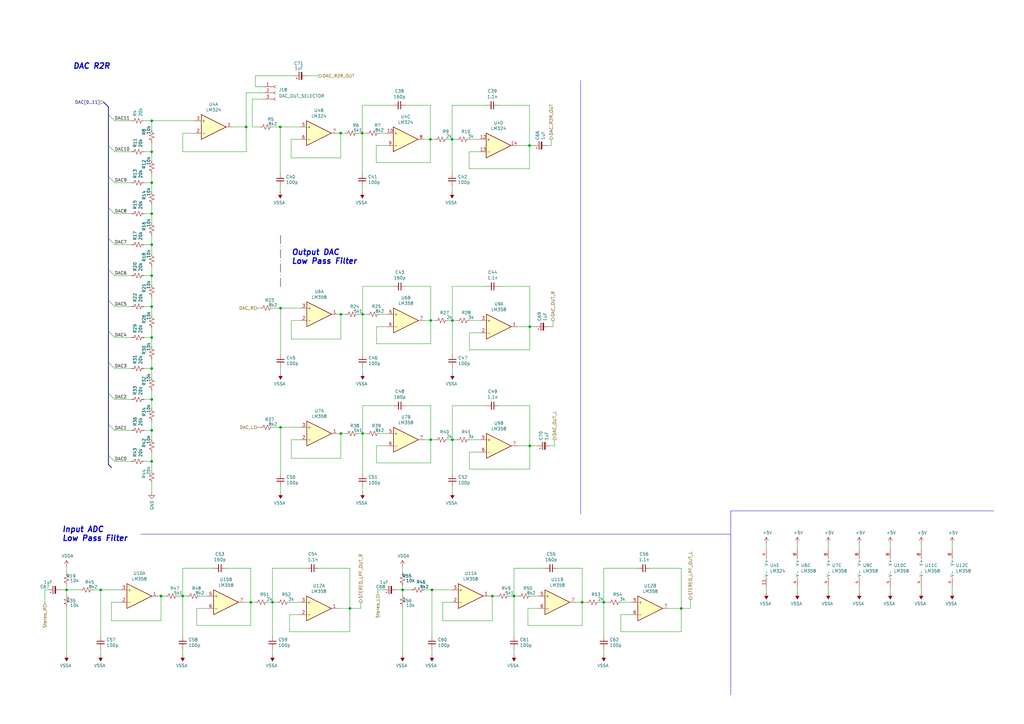
<source format=kicad_sch>
(kicad_sch (version 20230121) (generator eeschema)
  (paper "A3")
  (title_block (title "User Interface DSP Board") (date "2023-06-30") (rev "d0.3.1") (company "@David A. Aguirre M. - ALTELEC"))
  (junction (at 62.23 100.33))
  (junction (at 41.275 241.935))
  (junction (at 114.935 52.07))
  (junction (at 62.23 74.93))
  (junction (at 27.305 241.935))
  (junction (at 176.657 131.445))
  (junction (at 115.062 126.365))
  (junction (at 62.23 113.03))
  (junction (at 62.23 62.23))
  (junction (at 102.87 247.015))
  (junction (at 185.42 57.15))
  (junction (at 74.93 244.475))
  (junction (at 165.1 241.935))
  (junction (at 139.827 177.8))
  (junction (at 201.93 244.475))
  (junction (at 217.297 182.88))
  (junction (at 62.23 49.53))
  (junction (at 143.51 249.555))
  (junction (at 247.65 247.015))
  (junction (at 66.04 244.475))
  (junction (at 217.17 59.69))
  (junction (at 62.23 87.63))
  (junction (at 62.23 151.13))
  (junction (at 62.23 138.43))
  (junction (at 148.59 54.61))
  (junction (at 62.23 176.53))
  (junction (at 62.23 189.23))
  (junction (at 279.4 249.555))
  (junction (at 185.547 180.34))
  (junction (at 148.717 128.905))
  (junction (at 111.76 247.015))
  (junction (at 139.7 54.61))
  (junction (at 62.23 163.83))
  (junction (at 139.827 128.905))
  (junction (at 177.165 241.935))
  (junction (at 185.547 131.445))
  (junction (at 148.717 177.8))
  (junction (at 217.297 133.985))
  (junction (at 115.062 175.26))
  (junction (at 62.23 125.73))
  (junction (at 238.76 247.015))
  (junction (at 176.657 180.34))
  (junction (at 176.53 57.15))
  (junction (at 210.82 244.475))
  (junction (at 100.965 52.07))
  (bus_entry (at 44.45 59.69) (size 2.54 2.54))
  (bus_entry (at 44.45 148.59) (size 2.54 2.54))
  (bus_entry (at 44.45 135.89) (size 2.54 2.54))
  (bus_entry (at 44.45 161.29) (size 2.54 2.54))
  (bus_entry (at 44.45 72.39) (size 2.54 2.54))
  (bus_entry (at 44.45 186.69) (size 2.54 2.54))
  (bus_entry (at 44.45 85.09) (size 2.54 2.54))
  (bus_entry (at 44.45 173.99) (size 2.54 2.54))
  (bus_entry (at 44.45 46.99) (size 2.54 2.54))
  (bus_entry (at 44.45 123.19) (size 2.54 2.54))
  (bus_entry (at 44.45 110.49) (size 2.54 2.54))
  (bus_entry (at 44.45 97.79) (size 2.54 2.54))
  (bus (pts (xy 44.45 186.69) (xy 44.45 190.5)))
  (wire (pts (xy 80.645 256.54) (xy 102.87 256.54)))
  (wire (pts (xy 119.507 139.065) (xy 139.827 139.065)))
  (wire (pts (xy 115.062 126.365) (xy 115.062 145.415)))
  (wire (pts (xy 59.055 163.83) (xy 62.23 163.83)))
  (wire (pts (xy 183.642 180.34) (xy 185.547 180.34)))
  (wire (pts (xy 104.775 35.56) (xy 107.95 35.56)))
  (bus (pts (xy 44.45 190.5) (xy 45.72 191.77)))
  (wire (pts (xy 238.76 247.015) (xy 240.665 247.015)))
  (wire (pts (xy 119.38 64.77) (xy 139.7 64.77)))
  (wire (pts (xy 199.517 166.37) (xy 185.547 166.37)))
  (wire (pts (xy 176.657 180.34) (xy 176.657 166.37)))
  (wire (pts (xy 199.517 117.475) (xy 185.547 117.475)))
  (wire (pts (xy 123.317 175.26) (xy 115.062 175.26)))
  (wire (pts (xy 115.062 150.495) (xy 115.062 153.035)))
  (wire (pts (xy 247.65 266.065) (xy 247.65 268.605)))
  (wire (pts (xy 217.297 133.985) (xy 219.837 133.985)))
  (wire (pts (xy 146.812 128.905) (xy 148.717 128.905)))
  (wire (pts (xy 105.537 175.26) (xy 106.807 175.26)))
  (wire (pts (xy 46.99 87.63) (xy 53.975 87.63)))
  (wire (pts (xy 143.51 233.045) (xy 130.81 233.045)))
  (wire (pts (xy 196.977 136.525) (xy 192.532 136.525)))
  (wire (pts (xy 143.51 233.045) (xy 143.51 249.555)))
  (wire (pts (xy 327.025 222.885) (xy 327.025 225.425)))
  (wire (pts (xy 59.055 62.23) (xy 62.23 62.23)))
  (wire (pts (xy 208.915 244.475) (xy 210.82 244.475)))
  (wire (pts (xy 64.77 244.475) (xy 66.04 244.475)))
  (wire (pts (xy 102.87 256.54) (xy 102.87 247.015)))
  (wire (pts (xy 148.717 194.31) (xy 148.717 177.8)))
  (wire (pts (xy 103.505 40.64) (xy 103.505 52.07)))
  (wire (pts (xy 102.87 247.015) (xy 102.87 233.045)))
  (wire (pts (xy 46.99 125.73) (xy 53.975 125.73)))
  (polyline (pts (xy 299.72 209.55) (xy 299.72 285.115)))
  (wire (pts (xy 59.055 151.13) (xy 62.23 151.13)))
  (wire (pts (xy 238.76 247.015) (xy 236.22 247.015)))
  (wire (pts (xy 87.63 233.045) (xy 74.93 233.045)))
  (wire (pts (xy 62.23 125.73) (xy 62.23 121.92)))
  (wire (pts (xy 46.99 74.93) (xy 53.975 74.93)))
  (wire (pts (xy 352.425 240.665) (xy 352.425 243.205)))
  (wire (pts (xy 123.317 131.445) (xy 119.507 131.445)))
  (wire (pts (xy 220.98 249.555) (xy 216.535 249.555)))
  (wire (pts (xy 74.93 244.475) (xy 76.835 244.475)))
  (wire (pts (xy 62.23 87.63) (xy 62.23 83.82)))
  (bus (pts (xy 44.45 123.19) (xy 44.45 135.89)))
  (wire (pts (xy 111.76 266.065) (xy 111.76 268.605)))
  (wire (pts (xy 158.877 182.88) (xy 154.432 182.88)))
  (wire (pts (xy 154.305 59.69) (xy 154.305 66.675)))
  (wire (pts (xy 62.23 113.03) (xy 62.23 109.22)))
  (wire (pts (xy 259.08 247.015) (xy 254.635 247.015)))
  (wire (pts (xy 62.23 142.24) (xy 62.23 138.43)))
  (wire (pts (xy 46.99 113.03) (xy 53.975 113.03)))
  (wire (pts (xy 176.657 131.445) (xy 174.117 131.445)))
  (wire (pts (xy 154.94 243.84) (xy 154.94 241.935)))
  (wire (pts (xy 238.76 247.015) (xy 238.76 233.045)))
  (wire (pts (xy 102.87 247.015) (xy 100.33 247.015)))
  (wire (pts (xy 327.025 240.665) (xy 327.025 243.205)))
  (wire (pts (xy 139.827 187.96) (xy 139.827 177.8)))
  (wire (pts (xy 62.23 198.12) (xy 62.23 201.93)))
  (wire (pts (xy 62.23 163.83) (xy 62.23 160.02)))
  (wire (pts (xy 201.93 254.635) (xy 201.93 244.475)))
  (wire (pts (xy 102.87 247.015) (xy 104.775 247.015)))
  (wire (pts (xy 339.725 240.665) (xy 339.725 243.205)))
  (wire (pts (xy 154.432 182.88) (xy 154.432 189.865)))
  (bus (pts (xy 44.45 135.89) (xy 44.45 148.59)))
  (wire (pts (xy 80.01 49.53) (xy 62.23 49.53)))
  (wire (pts (xy 46.99 138.43) (xy 53.975 138.43)))
  (wire (pts (xy 118.745 252.095) (xy 118.745 259.08)))
  (wire (pts (xy 176.53 57.15) (xy 173.99 57.15)))
  (wire (pts (xy 158.75 59.69) (xy 154.305 59.69)))
  (wire (pts (xy 107.95 40.64) (xy 103.505 40.64)))
  (wire (pts (xy 201.93 244.475) (xy 203.835 244.475)))
  (wire (pts (xy 66.04 254.635) (xy 66.04 244.475)))
  (wire (pts (xy 181.61 254.635) (xy 201.93 254.635)))
  (wire (pts (xy 104.775 31.115) (xy 120.65 31.115)))
  (wire (pts (xy 95.25 52.07) (xy 100.965 52.07)))
  (wire (pts (xy 217.17 59.69) (xy 212.09 59.69)))
  (wire (pts (xy 185.42 241.935) (xy 177.165 241.935)))
  (wire (pts (xy 176.657 131.445) (xy 178.562 131.445)))
  (wire (pts (xy 245.745 247.015) (xy 247.65 247.015)))
  (wire (pts (xy 176.53 66.675) (xy 176.53 57.15)))
  (wire (pts (xy 46.99 189.23) (xy 53.975 189.23)))
  (wire (pts (xy 46.99 151.13) (xy 53.975 151.13)))
  (wire (pts (xy 143.51 249.555) (xy 138.43 249.555)))
  (wire (pts (xy 119.38 57.15) (xy 119.38 64.77)))
  (wire (pts (xy 177.165 241.935) (xy 177.165 260.985)))
  (wire (pts (xy 161.417 117.475) (xy 148.717 117.475)))
  (wire (pts (xy 247.65 247.015) (xy 249.555 247.015)))
  (wire (pts (xy 62.23 66.04) (xy 62.23 62.23)))
  (wire (pts (xy 41.275 241.935) (xy 41.275 260.985)))
  (wire (pts (xy 115.062 199.39) (xy 115.062 201.93)))
  (wire (pts (xy 192.405 69.215) (xy 217.17 69.215)))
  (wire (pts (xy 46.99 62.23) (xy 53.975 62.23)))
  (wire (pts (xy 279.4 233.045) (xy 266.7 233.045)))
  (wire (pts (xy 168.91 241.935) (xy 165.1 241.935)))
  (wire (pts (xy 165.1 232.41) (xy 165.1 234.95)))
  (wire (pts (xy 62.23 151.13) (xy 62.23 147.32)))
  (wire (pts (xy 41.275 241.935) (xy 38.1 241.935)))
  (wire (pts (xy 62.23 154.94) (xy 62.23 151.13)))
  (wire (pts (xy 165.1 241.935) (xy 165.1 243.84)))
  (wire (pts (xy 247.65 260.985) (xy 247.65 247.015)))
  (wire (pts (xy 111.76 260.985) (xy 111.76 247.015)))
  (wire (pts (xy 217.297 133.985) (xy 212.217 133.985)))
  (wire (pts (xy 62.23 129.54) (xy 62.23 125.73)))
  (wire (pts (xy 119.507 180.34) (xy 119.507 187.96)))
  (wire (pts (xy 27.305 241.935) (xy 27.305 243.84)))
  (wire (pts (xy 100.965 62.23) (xy 100.965 52.07)))
  (bus (pts (xy 44.45 110.49) (xy 44.45 123.19)))
  (wire (pts (xy 148.59 76.2) (xy 148.59 78.74)))
  (wire (pts (xy 216.535 249.555) (xy 216.535 256.54)))
  (wire (pts (xy 217.17 43.18) (xy 217.17 59.69)))
  (wire (pts (xy 18.415 247.65) (xy 18.415 241.935)))
  (wire (pts (xy 217.297 117.475) (xy 204.597 117.475)))
  (wire (pts (xy 377.825 222.885) (xy 377.825 225.425)))
  (wire (pts (xy 176.657 131.445) (xy 176.657 117.475)))
  (wire (pts (xy 177.165 266.065) (xy 177.165 268.605)))
  (wire (pts (xy 62.23 180.34) (xy 62.23 176.53)))
  (wire (pts (xy 148.717 199.39) (xy 148.717 201.93)))
  (wire (pts (xy 155.575 54.61) (xy 158.75 54.61)))
  (wire (pts (xy 217.297 143.51) (xy 217.297 133.985)))
  (wire (pts (xy 73.025 244.475) (xy 74.93 244.475)))
  (wire (pts (xy 196.85 62.23) (xy 192.405 62.23)))
  (wire (pts (xy 46.99 49.53) (xy 53.975 49.53)))
  (wire (pts (xy 123.19 247.015) (xy 118.745 247.015)))
  (wire (pts (xy 85.09 249.555) (xy 80.645 249.555)))
  (wire (pts (xy 74.93 62.23) (xy 100.965 62.23)))
  (wire (pts (xy 24.765 241.935) (xy 27.305 241.935)))
  (wire (pts (xy 185.547 145.415) (xy 185.547 131.445)))
  (wire (pts (xy 254.635 259.08) (xy 279.4 259.08)))
  (wire (pts (xy 27.305 232.41) (xy 27.305 234.95)))
  (wire (pts (xy 62.23 189.23) (xy 62.23 185.42)))
  (wire (pts (xy 158.877 133.985) (xy 154.432 133.985)))
  (wire (pts (xy 176.657 166.37) (xy 166.497 166.37)))
  (wire (pts (xy 147.955 247.015) (xy 147.955 249.555)))
  (wire (pts (xy 261.62 233.045) (xy 247.65 233.045)))
  (wire (pts (xy 139.7 64.77) (xy 139.7 54.61)))
  (wire (pts (xy 176.53 57.15) (xy 176.53 43.18)))
  (wire (pts (xy 62.23 62.23) (xy 62.23 58.42)))
  (wire (pts (xy 176.657 140.97) (xy 176.657 131.445)))
  (wire (pts (xy 226.06 57.15) (xy 226.06 59.69)))
  (wire (pts (xy 138.557 177.8) (xy 139.827 177.8)))
  (wire (pts (xy 148.717 128.905) (xy 150.622 128.905)))
  (wire (pts (xy 49.53 247.015) (xy 45.72 247.015)))
  (wire (pts (xy 138.43 54.61) (xy 139.7 54.61)))
  (wire (pts (xy 45.72 247.015) (xy 45.72 254.635)))
  (wire (pts (xy 148.59 54.61) (xy 150.495 54.61)))
  (bus (pts (xy 44.45 43.815) (xy 44.45 46.99)))
  (wire (pts (xy 74.93 54.61) (xy 80.01 54.61)))
  (wire (pts (xy 154.305 66.675) (xy 176.53 66.675)))
  (wire (pts (xy 123.19 252.095) (xy 118.745 252.095)))
  (wire (pts (xy 279.4 233.045) (xy 279.4 249.555)))
  (bus (pts (xy 44.45 161.29) (xy 44.45 173.99)))
  (wire (pts (xy 224.155 59.69) (xy 226.06 59.69)))
  (wire (pts (xy 224.917 133.985) (xy 226.822 133.985)))
  (wire (pts (xy 200.66 244.475) (xy 201.93 244.475)))
  (wire (pts (xy 192.532 185.42) (xy 192.532 192.405)))
  (wire (pts (xy 185.42 247.015) (xy 181.61 247.015)))
  (wire (pts (xy 390.525 240.665) (xy 390.525 243.205)))
  (wire (pts (xy 123.19 57.15) (xy 119.38 57.15)))
  (wire (pts (xy 114.935 52.07) (xy 111.76 52.07)))
  (wire (pts (xy 154.432 133.985) (xy 154.432 140.97)))
  (wire (pts (xy 115.062 175.26) (xy 115.062 194.31)))
  (wire (pts (xy 185.547 180.34) (xy 187.452 180.34)))
  (wire (pts (xy 59.055 138.43) (xy 62.23 138.43)))
  (wire (pts (xy 210.82 266.065) (xy 210.82 268.605)))
  (wire (pts (xy 138.557 128.905) (xy 139.827 128.905)))
  (wire (pts (xy 176.657 180.34) (xy 178.562 180.34)))
  (wire (pts (xy 45.72 254.635) (xy 66.04 254.635)))
  (wire (pts (xy 377.825 240.665) (xy 377.825 243.205)))
  (wire (pts (xy 185.547 166.37) (xy 185.547 180.34)))
  (wire (pts (xy 147.955 249.555) (xy 143.51 249.555)))
  (wire (pts (xy 176.657 180.34) (xy 174.117 180.34)))
  (wire (pts (xy 62.23 167.64) (xy 62.23 163.83)))
  (wire (pts (xy 123.19 52.07) (xy 114.935 52.07)))
  (wire (pts (xy 154.94 241.935) (xy 157.48 241.935)))
  (wire (pts (xy 225.552 182.88) (xy 227.457 182.88)))
  (wire (pts (xy 185.547 131.445) (xy 187.452 131.445)))
  (wire (pts (xy 139.827 128.905) (xy 141.732 128.905)))
  (wire (pts (xy 181.61 247.015) (xy 181.61 254.635)))
  (wire (pts (xy 80.645 249.555) (xy 80.645 256.54)))
  (wire (pts (xy 62.23 104.14) (xy 62.23 100.33)))
  (wire (pts (xy 154.432 189.865) (xy 176.657 189.865)))
  (wire (pts (xy 161.29 43.18) (xy 148.59 43.18)))
  (wire (pts (xy 217.17 69.215) (xy 217.17 59.69)))
  (bus (pts (xy 44.45 59.69) (xy 44.45 72.39)))
  (wire (pts (xy 27.305 248.92) (xy 27.305 268.605)))
  (wire (pts (xy 74.93 266.065) (xy 74.93 268.605)))
  (wire (pts (xy 217.17 59.69) (xy 219.075 59.69)))
  (wire (pts (xy 226.822 131.445) (xy 226.822 133.985)))
  (wire (pts (xy 217.297 166.37) (xy 204.597 166.37)))
  (wire (pts (xy 104.775 31.115) (xy 104.775 35.56)))
  (wire (pts (xy 216.535 256.54) (xy 238.76 256.54)))
  (wire (pts (xy 259.08 252.095) (xy 254.635 252.095)))
  (bus (pts (xy 42.545 41.91) (xy 44.45 43.815)))
  (wire (pts (xy 119.507 187.96) (xy 139.827 187.96)))
  (wire (pts (xy 74.93 233.045) (xy 74.93 244.475)))
  (wire (pts (xy 185.547 117.475) (xy 185.547 131.445)))
  (wire (pts (xy 155.702 177.8) (xy 158.877 177.8)))
  (wire (pts (xy 62.23 91.44) (xy 62.23 87.63)))
  (wire (pts (xy 254.635 252.095) (xy 254.635 259.08)))
  (wire (pts (xy 62.23 74.93) (xy 62.23 71.12)))
  (wire (pts (xy 46.99 100.33) (xy 53.975 100.33)))
  (wire (pts (xy 192.532 136.525) (xy 192.532 143.51)))
  (wire (pts (xy 46.99 163.83) (xy 53.975 163.83)))
  (wire (pts (xy 74.93 260.985) (xy 74.93 244.475)))
  (wire (pts (xy 139.827 139.065) (xy 139.827 128.905)))
  (wire (pts (xy 210.82 244.475) (xy 212.725 244.475)))
  (wire (pts (xy 62.23 100.33) (xy 62.23 96.52)))
  (wire (pts (xy 210.82 233.045) (xy 210.82 244.475)))
  (wire (pts (xy 125.73 31.115) (xy 130.81 31.115)))
  (wire (pts (xy 176.53 57.15) (xy 178.435 57.15)))
  (wire (pts (xy 161.417 166.37) (xy 148.717 166.37)))
  (wire (pts (xy 238.76 233.045) (xy 228.6 233.045)))
  (polyline (pts (xy 115.062 117.475) (xy 115.062 95.885)) (stroke (width 0.3048) (type dash_dot) (color 108 110 128 1)))
  (wire (pts (xy 192.405 62.23) (xy 192.405 69.215)))
  (wire (pts (xy 365.125 222.885) (xy 365.125 225.425)))
  (wire (pts (xy 59.055 100.33) (xy 62.23 100.33)))
  (wire (pts (xy 283.21 249.555) (xy 279.4 249.555)))
  (wire (pts (xy 196.977 180.34) (xy 192.532 180.34)))
  (wire (pts (xy 314.325 222.885) (xy 314.325 225.425)))
  (wire (pts (xy 100.965 52.07) (xy 100.965 38.1)))
  (wire (pts (xy 62.23 78.74) (xy 62.23 74.93)))
  (wire (pts (xy 217.297 117.475) (xy 217.297 133.985)))
  (wire (pts (xy 217.297 182.88) (xy 212.217 182.88)))
  (wire (pts (xy 192.532 143.51) (xy 217.297 143.51)))
  (wire (pts (xy 314.325 240.665) (xy 314.325 243.205)))
  (wire (pts (xy 123.317 180.34) (xy 119.507 180.34)))
  (bus (pts (xy 44.45 46.99) (xy 44.45 59.69)))
  (wire (pts (xy 165.1 248.92) (xy 165.1 268.605)))
  (wire (pts (xy 148.717 177.8) (xy 150.622 177.8)))
  (wire (pts (xy 148.59 71.12) (xy 148.59 54.61)))
  (wire (pts (xy 185.42 71.12) (xy 185.42 57.15)))
  (wire (pts (xy 148.717 145.415) (xy 148.717 128.905)))
  (wire (pts (xy 102.87 233.045) (xy 92.71 233.045)))
  (wire (pts (xy 165.1 240.03) (xy 165.1 241.935)))
  (wire (pts (xy 210.82 260.985) (xy 210.82 244.475)))
  (wire (pts (xy 46.99 176.53) (xy 53.975 176.53)))
  (wire (pts (xy 238.76 256.54) (xy 238.76 247.015)))
  (wire (pts (xy 59.055 49.53) (xy 62.23 49.53)))
  (bus (pts (xy 44.45 72.39) (xy 44.45 85.09)))
  (wire (pts (xy 148.717 150.495) (xy 148.717 153.035)))
  (wire (pts (xy 125.73 233.045) (xy 111.76 233.045)))
  (wire (pts (xy 162.56 241.935) (xy 165.1 241.935)))
  (bus (pts (xy 44.45 148.59) (xy 44.45 161.29)))
  (wire (pts (xy 59.055 113.03) (xy 62.23 113.03)))
  (wire (pts (xy 177.165 241.935) (xy 173.99 241.935)))
  (wire (pts (xy 365.125 240.665) (xy 365.125 243.205)))
  (wire (pts (xy 199.39 43.18) (xy 185.42 43.18)))
  (wire (pts (xy 148.717 166.37) (xy 148.717 177.8)))
  (wire (pts (xy 183.642 131.445) (xy 185.547 131.445)))
  (polyline (pts (xy 299.72 209.55) (xy 407.67 209.55)))
  (wire (pts (xy 185.42 57.15) (xy 187.325 57.15)))
  (wire (pts (xy 155.702 128.905) (xy 158.877 128.905)))
  (wire (pts (xy 390.525 222.885) (xy 390.525 225.425)))
  (wire (pts (xy 115.062 126.365) (xy 111.887 126.365)))
  (wire (pts (xy 139.827 177.8) (xy 141.732 177.8)))
  (wire (pts (xy 105.537 126.365) (xy 106.807 126.365)))
  (wire (pts (xy 183.515 57.15) (xy 185.42 57.15)))
  (wire (pts (xy 59.055 176.53) (xy 62.23 176.53)))
  (wire (pts (xy 223.52 233.045) (xy 210.82 233.045)))
  (wire (pts (xy 41.275 266.065) (xy 41.275 268.605)))
  (wire (pts (xy 154.432 140.97) (xy 176.657 140.97)))
  (wire (pts (xy 49.53 241.935) (xy 41.275 241.935)))
  (wire (pts (xy 118.745 259.08) (xy 143.51 259.08)))
  (wire (pts (xy 217.297 182.88) (xy 220.472 182.88)))
  (polyline (pts (xy 57.785 219.075) (xy 299.72 219.075)))
  (wire (pts (xy 143.51 259.08) (xy 143.51 249.555)))
  (wire (pts (xy 62.23 53.34) (xy 62.23 49.53)))
  (wire (pts (xy 62.23 193.04) (xy 62.23 189.23)))
  (wire (pts (xy 217.17 43.18) (xy 204.47 43.18)))
  (wire (pts (xy 27.305 240.03) (xy 27.305 241.935)))
  (bus (pts (xy 44.45 173.99) (xy 44.45 186.69)))
  (wire (pts (xy 146.685 54.61) (xy 148.59 54.61)))
  (wire (pts (xy 59.055 74.93) (xy 62.23 74.93)))
  (wire (pts (xy 115.062 175.26) (xy 111.887 175.26)))
  (wire (pts (xy 279.4 259.08) (xy 279.4 249.555)))
  (wire (pts (xy 247.65 233.045) (xy 247.65 247.015)))
  (wire (pts (xy 123.317 126.365) (xy 115.062 126.365)))
  (wire (pts (xy 283.21 245.745) (xy 283.21 249.555)))
  (wire (pts (xy 139.7 54.61) (xy 141.605 54.61)))
  (wire (pts (xy 176.53 43.18) (xy 166.37 43.18)))
  (wire (pts (xy 103.505 52.07) (xy 106.68 52.07)))
  (wire (pts (xy 339.725 222.885) (xy 339.725 225.425)))
  (wire (pts (xy 217.805 244.475) (xy 220.98 244.475)))
  (wire (pts (xy 196.85 57.15) (xy 192.405 57.15)))
  (wire (pts (xy 196.977 131.445) (xy 192.532 131.445)))
  (wire (pts (xy 176.657 189.865) (xy 176.657 180.34)))
  (wire (pts (xy 148.717 117.475) (xy 148.717 128.905)))
  (wire (pts (xy 352.425 222.885) (xy 352.425 225.425)))
  (wire (pts (xy 185.42 76.2) (xy 185.42 78.74)))
  (wire (pts (xy 196.977 185.42) (xy 192.532 185.42)))
  (bus (pts (xy 44.45 97.79) (xy 44.45 110.49)))
  (wire (pts (xy 18.415 241.935) (xy 19.685 241.935)))
  (bus (pts (xy 44.45 85.09) (xy 44.45 97.79)))
  (wire (pts (xy 185.42 43.18) (xy 185.42 57.15)))
  (wire (pts (xy 111.76 247.015) (xy 113.665 247.015)))
  (wire (pts (xy 62.23 138.43) (xy 62.23 134.62)))
  (wire (pts (xy 279.4 249.555) (xy 274.32 249.555)))
  (wire (pts (xy 192.532 192.405) (xy 217.297 192.405)))
  (wire (pts (xy 217.297 192.405) (xy 217.297 182.88)))
  (wire (pts (xy 148.59 43.18) (xy 148.59 54.61)))
  (wire (pts (xy 100.965 38.1) (xy 107.95 38.1)))
  (wire (pts (xy 59.055 125.73) (xy 62.23 125.73)))
  (wire (pts (xy 114.935 76.2) (xy 114.935 78.74)))
  (wire (pts (xy 185.547 150.495) (xy 185.547 153.035)))
  (polyline (pts (xy 238.125 210.82) (xy 238.125 33.02)))
  (wire (pts (xy 227.457 180.34) (xy 227.457 182.88)))
  (wire (pts (xy 146.812 177.8) (xy 148.717 177.8)))
  (wire (pts (xy 59.055 87.63) (xy 62.23 87.63)))
  (wire (pts (xy 81.915 244.475) (xy 85.09 244.475)))
  (wire (pts (xy 114.935 52.07) (xy 114.935 71.12)))
  (wire (pts (xy 185.547 194.31) (xy 185.547 180.34)))
  (wire (pts (xy 109.855 247.015) (xy 111.76 247.015)))
  (wire (pts (xy 62.23 176.53) (xy 62.23 172.72)))
  (wire (pts (xy 27.305 241.935) (xy 33.02 241.935)))
  (wire (pts (xy 66.04 244.475) (xy 67.945 244.475)))
  (wire (pts (xy 111.76 233.045) (xy 111.76 247.015)))
  (wire (pts (xy 74.93 54.61) (xy 74.93 62.23)))
  (wire (pts (xy 119.507 131.445) (xy 119.507 139.065)))
  (wire (pts (xy 59.055 189.23) (xy 62.23 189.23)))
  (wire (pts (xy 62.23 116.84) (xy 62.23 113.03)))
  (wire (pts (xy 185.547 199.39) (xy 185.547 201.93)))
  (wire (pts (xy 217.297 166.37) (xy 217.297 182.88)))
  (wire (pts (xy 176.657 117.475) (xy 166.497 117.475)))
  (text "DAC R2R" (at 29.845 28.575 0) (effects (font (size 2.2606 2.2606) (thickness 0.4521) bold italic) (justify left bottom)))
  (text "Input ADC\nLow Pass Filter" (at 25.4 222.25 0) (effects (font (size 2.2606 2.2606) (thickness 0.4521) bold italic) (justify left bottom)))
  (text "Output DAC \nLow Pass Filter" (at 119.507 108.585 0) (effects (font (size 2.2606 2.2606) (thickness 0.4521) bold italic) (justify left bottom)))
  (label "DAC1" (at 46.99 176.53 0))
  (label "DAC10" (at 46.99 62.23 0))
  (label "DAC11" (at 46.99 49.53 0))
  (label "DAC9" (at 46.99 74.93 0))
  (label "DAC8" (at 46.99 87.63 0))
  (label "DAC0" (at 46.99 189.23 0))
  (label "DAC7" (at 46.99 100.33 0))
  (label "DAC5" (at 46.99 125.73 0))
  (label "DAC6" (at 46.99 113.03 0))
  (label "DAC3" (at 46.99 151.13 0))
  (label "DAC2" (at 46.99 163.83 0))
  (label "DAC4" (at 46.99 138.43 0))
  (hierarchical_label "DAC[0..11]" (shape input) (at 42.545 41.91 180))
  (hierarchical_label "DAC_R2R_OUT" (shape output) (at 226.06 57.15 90))
  (hierarchical_label "DAC_R2R_OUT" (shape output) (at 130.81 31.115 0))
  (hierarchical_label "Stereo_R" (shape input) (at 18.415 247.65 270))
  (hierarchical_label "DAC_OUT_R" (shape output) (at 226.822 131.445 90))
  (hierarchical_label "STEREO_LPF_OUT_L" (shape output) (at 283.21 245.745 90))
  (hierarchical_label "DAC_OUT_L" (shape output) (at 227.457 180.34 90))
  (hierarchical_label "Stereo_L" (shape input) (at 154.94 243.84 270))
  (hierarchical_label "STEREO_LPF_OUT_R" (shape output) (at 147.955 247.015 90))
  (hierarchical_label "DAC_L" (shape input) (at 105.537 175.26 180))
  (hierarchical_label "DAC_R" (shape input) (at 105.537 126.365 180))
  (symbol (lib_id "Device:R_Small_US") (at 56.515 189.23 90) (unit 1)
    (property "Reference" "R43" (at 55.3466 187.5028 0) (effects (justify left)))
    (property "Value" "20k" (at 57.658 187.5028 0) (effects (justify left)))
    (property "Footprint" "Resistor_SMD:R_0603_1608Metric_Pad0.98x0.95mm_HandSolder" (effects hide))
  )
  (symbol (lib_id "Device:R_Small_US") (at 56.515 176.53 90) (unit 1)
    (property "Reference" "R36" (at 55.3466 174.8028 0) (effects (justify left)))
    (property "Value" "20k" (at 57.658 174.8028 0) (effects (justify left)))
    (property "Footprint" "Resistor_SMD:R_0603_1608Metric_Pad0.98x0.95mm_HandSolder" (effects hide))
  )
  (symbol (lib_id "Device:R_Small_US") (at 62.23 182.88 180) (unit 1)
    (property "Reference" "R42" (at 59.055 179.705 90) (effects (justify left)))
    (property "Value" "10k" (at 60.96 178.435 90) (effects (justify left)))
    (property "Footprint" "Resistor_SMD:R_0603_1608Metric_Pad0.98x0.95mm_HandSolder" (effects hide))
  )
  (symbol (lib_id "Device:R_Small_US") (at 56.515 163.83 90) (unit 1)
    (property "Reference" "R33" (at 55.3466 162.1028 0) (effects (justify left)))
    (property "Value" "20k" (at 57.658 162.1028 0) (effects (justify left)))
    (property "Footprint" "Resistor_SMD:R_0603_1608Metric_Pad0.98x0.95mm_HandSolder" (effects hide))
  )
  (symbol (lib_id "Device:R_Small_US") (at 62.23 170.18 180) (unit 1)
    (property "Reference" "R34" (at 59.055 167.005 90) (effects (justify left)))
    (property "Value" "10k" (at 60.96 165.735 90) (effects (justify left)))
    (property "Footprint" "Resistor_SMD:R_0603_1608Metric_Pad0.98x0.95mm_HandSolder" (effects hide))
  )
  (symbol (lib_id "Device:R_Small_US") (at 56.515 151.13 90) (unit 1)
    (property "Reference" "R31" (at 55.3466 149.4028 0) (effects (justify left)))
    (property "Value" "20k" (at 57.658 149.4028 0) (effects (justify left)))
    (property "Footprint" "Resistor_SMD:R_0603_1608Metric_Pad0.98x0.95mm_HandSolder" (effects hide))
  )
  (symbol (lib_id "Device:R_Small_US") (at 62.23 157.48 180) (unit 1)
    (property "Reference" "R32" (at 59.055 154.305 90) (effects (justify left)))
    (property "Value" "10k" (at 60.96 153.035 90) (effects (justify left)))
    (property "Footprint" "Resistor_SMD:R_0603_1608Metric_Pad0.98x0.95mm_HandSolder" (effects hide))
  )
  (symbol (lib_id "Device:R_Small_US") (at 56.515 138.43 90) (unit 1)
    (property "Reference" "R29" (at 55.3466 136.7028 0) (effects (justify left)))
    (property "Value" "20k" (at 57.658 136.7028 0) (effects (justify left)))
    (property "Footprint" "Resistor_SMD:R_0603_1608Metric_Pad0.98x0.95mm_HandSolder" (effects hide))
  )
  (symbol (lib_id "Device:R_Small_US") (at 62.23 144.78 180) (unit 1)
    (property "Reference" "R30" (at 59.055 141.605 90) (effects (justify left)))
    (property "Value" "10k" (at 60.96 140.335 90) (effects (justify left)))
    (property "Footprint" "Resistor_SMD:R_0603_1608Metric_Pad0.98x0.95mm_HandSolder" (effects hide))
  )
  (symbol (lib_id "Device:R_Small_US") (at 56.515 125.73 90) (unit 1)
    (property "Reference" "R22" (at 55.3466 124.0028 0) (effects (justify left)))
    (property "Value" "20k" (at 57.658 124.0028 0) (effects (justify left)))
    (property "Footprint" "Resistor_SMD:R_0603_1608Metric_Pad0.98x0.95mm_HandSolder" (effects hide))
  )
  (symbol (lib_id "Device:R_Small_US") (at 62.23 132.08 180) (unit 1)
    (property "Reference" "R26" (at 59.055 128.905 90) (effects (justify left)))
    (property "Value" "10k" (at 60.96 127.635 90) (effects (justify left)))
    (property "Footprint" "Resistor_SMD:R_0603_1608Metric_Pad0.98x0.95mm_HandSolder" (effects hide))
  )
  (symbol (lib_id "Device:R_Small_US") (at 56.515 113.03 90) (unit 1)
    (property "Reference" "R20" (at 55.3466 111.3028 0) (effects (justify left)))
    (property "Value" "20k" (at 57.658 111.3028 0) (effects (justify left)))
    (property "Footprint" "Resistor_SMD:R_0603_1608Metric_Pad0.98x0.95mm_HandSolder" (effects hide))
  )
  (symbol (lib_id "Device:R_Small_US") (at 62.23 119.38 180) (unit 1)
    (property "Reference" "R21" (at 59.055 116.205 90) (effects (justify left)))
    (property "Value" "10k" (at 60.96 114.935 90) (effects (justify left)))
    (property "Footprint" "Resistor_SMD:R_0603_1608Metric_Pad0.98x0.95mm_HandSolder" (effects hide))
  )
  (symbol (lib_id "Device:R_Small_US") (at 56.515 100.33 90) (unit 1)
    (property "Reference" "R17" (at 55.3466 98.6028 0) (effects (justify left)))
    (property "Value" "20k" (at 57.658 98.6028 0) (effects (justify left)))
    (property "Footprint" "Resistor_SMD:R_0603_1608Metric_Pad0.98x0.95mm_HandSolder" (effects hide))
  )
  (symbol (lib_id "Device:R_Small_US") (at 62.23 106.68 180) (unit 1)
    (property "Reference" "R18" (at 59.055 103.505 90) (effects (justify left)))
    (property "Value" "10k" (at 60.96 102.235 90) (effects (justify left)))
    (property "Footprint" "Resistor_SMD:R_0603_1608Metric_Pad0.98x0.95mm_HandSolder" (effects hide))
  )
  (symbol (lib_id "Device:R_Small_US") (at 56.515 87.63 90) (unit 1)
    (property "Reference" "R15" (at 55.3466 85.9028 0) (effects (justify left)))
    (property "Value" "20k" (at 57.658 85.9028 0) (effects (justify left)))
    (property "Footprint" "Resistor_SMD:R_0603_1608Metric_Pad0.98x0.95mm_HandSolder" (effects hide))
  )
  (symbol (lib_id "Device:R_Small_US") (at 62.23 93.98 180) (unit 1)
    (property "Reference" "R16" (at 59.055 90.805 90) (effects (justify left)))
    (property "Value" "10k" (at 60.96 89.535 90) (effects (justify left)))
    (property "Footprint" "Resistor_SMD:R_0603_1608Metric_Pad0.98x0.95mm_HandSolder" (effects hide))
  )
  (symbol (lib_id "Device:R_Small_US") (at 56.515 74.93 90) (unit 1)
    (property "Reference" "R13" (at 55.3466 73.2028 0) (effects (justify left)))
    (property "Value" "20k" (at 57.658 73.2028 0) (effects (justify left)))
    (property "Footprint" "Resistor_SMD:R_0603_1608Metric_Pad0.98x0.95mm_HandSolder" (effects hide))
  )
  (symbol (lib_id "Device:R_Small_US") (at 62.23 81.28 180) (unit 1)
    (property "Reference" "R14" (at 59.055 78.105 90) (effects (justify left)))
    (property "Value" "10k" (at 60.96 76.835 90) (effects (justify left)))
    (property "Footprint" "Resistor_SMD:R_0603_1608Metric_Pad0.98x0.95mm_HandSolder" (effects hide))
  )
  (symbol (lib_id "Device:R_Small_US") (at 56.515 62.23 90) (unit 1)
    (property "Reference" "R11" (at 55.3466 60.5028 0) (effects (justify left)))
    (property "Value" "20k" (at 57.658 60.5028 0) (effects (justify left)))
    (property "Footprint" "Resistor_SMD:R_0603_1608Metric_Pad0.98x0.95mm_HandSolder" (effects hide))
  )
  (symbol (lib_id "Device:R_Small_US") (at 62.23 68.58 180) (unit 1)
    (property "Reference" "R12" (at 59.055 65.405 90) (effects (justify left)))
    (property "Value" "10k" (at 60.96 64.135 90) (effects (justify left)))
    (property "Footprint" "Resistor_SMD:R_0603_1608Metric_Pad0.98x0.95mm_HandSolder" (effects hide))
  )
  (symbol (lib_id "Device:R_Small_US") (at 56.515 49.53 90) (unit 1)
    (property "Reference" "R4" (at 55.3466 47.8028 0) (effects (justify left)))
    (property "Value" "20k" (at 57.658 47.8028 0) (effects (justify left)))
    (property "Footprint" "Resistor_SMD:R_0603_1608Metric_Pad0.98x0.95mm_HandSolder" (effects hide))
  )
  (symbol (lib_id "Device:R_Small_US") (at 62.23 55.88 180) (unit 1)
    (property "Reference" "R8" (at 59.055 52.705 90) (effects (justify left)))
    (property "Value" "10k" (at 60.96 51.435 90) (effects (justify left)))
    (property "Footprint" "Resistor_SMD:R_0603_1608Metric_Pad0.98x0.95mm_HandSolder" (effects hide))
  )
  (symbol (lib_id "Device:R_Small_US") (at 62.23 195.58 180) (unit 1)
    (property "Reference" "R44" (at 59.055 192.405 90) (effects (justify left)))
    (property "Value" "20k" (at 60.96 191.135 90) (effects (justify left)))
    (property "Footprint" "Resistor_SMD:R_0603_1608Metric_Pad0.98x0.95mm_HandSolder" (effects hide))
  )
  (symbol (lib_id "power:GND") (at 62.23 201.93 0) (unit 1)
    (property "Reference" "#PWR040" (effects hide))
    (property "Value" "GND" (at 62.357 205.1812 90) (effects (justify right)))
  )
  (symbol (lib_id "Amplifier_Operational:TL084") (at 87.63 52.07 0) (unit 1)
    (property "Reference" "U4" (at 87.63 42.7482 0))
    (property "Value" "LM324" (at 87.63 45.0596 0))
    (property "Footprint" "Package_SO:SOIC-14_3.9x8.7mm_P1.27mm" (effects hide))
    (property "Datasheet" "http://www.ti.com/lit/ds/symlink/tl081.pdf" (effects hide))
  )
  (symbol (lib_id "Amplifier_Operational:TL084") (at 130.81 54.61 0) (unit 2)
    (property "Reference" "U4" (at 130.81 45.2882 0))
    (property "Value" "LM324" (at 130.81 47.5996 0))
    (property "Footprint" "Package_SO:SOIC-14_3.9x8.7mm_P1.27mm" (effects hide))
    (property "Datasheet" "http://www.ti.com/lit/ds/symlink/tl081.pdf" (effects hide))
  )
  (symbol (lib_id "Amplifier_Operational:TL084") (at 166.37 57.15 0) (unit 3)
    (property "Reference" "U4" (at 166.37 47.8282 0))
    (property "Value" "LM324" (at 166.37 50.1396 0))
    (property "Footprint" "Package_SO:SOIC-14_3.9x8.7mm_P1.27mm" (effects hide))
    (property "Datasheet" "http://www.ti.com/lit/ds/symlink/tl081.pdf" (effects hide))
  )
  (symbol (lib_id "Amplifier_Operational:TL084") (at 204.47 59.69 0) (unit 4)
    (property "Reference" "U4" (at 204.47 50.3682 0))
    (property "Value" "LM324" (at 204.47 52.6796 0))
    (property "Footprint" "Package_SO:SOIC-14_3.9x8.7mm_P1.27mm" (effects hide))
    (property "Datasheet" "http://www.ti.com/lit/ds/symlink/tl081.pdf" (effects hide))
  )
  (symbol (lib_id "Amplifier_Operational:TL084") (at 316.865 233.045 0) (unit 5)
    (property "Reference" "U4" (at 315.7982 231.8766 0) (effects (justify left)))
    (property "Value" "LM324" (at 315.7982 234.188 0) (effects (justify left)))
    (property "Footprint" "Package_SO:SOIC-14_3.9x8.7mm_P1.27mm" (effects hide))
    (property "Datasheet" "http://www.ti.com/lit/ds/symlink/tl081.pdf" (effects hide))
  )
  (symbol (lib_id "Device:R_Small_US") (at 171.45 241.935 90) (unit 1)
    (property "Reference" "R46" (at 174.625 238.76 90) (effects (justify left)))
    (property "Value" "8k2" (at 175.895 240.665 90) (effects (justify left)))
    (property "Footprint" "Resistor_SMD:R_0603_1608Metric_Pad0.98x0.95mm_HandSolder" (effects hide))
  )
  (symbol (lib_id "Device:C_Small") (at 177.165 263.525 0) (unit 1)
    (property "Reference" "C60" (at 179.5018 262.3566 0) (effects (justify left)))
    (property "Value" "100p" (at 179.5018 264.668 0) (effects (justify left)))
    (property "Footprint" "Capacitor_SMD:C_0603_1608Metric" (effects hide))
  )
  (symbol (lib_id "Device:C_Small") (at 210.82 263.525 0) (unit 1)
    (property "Reference" "C61" (at 213.1568 262.3566 0) (effects (justify left)))
    (property "Value" "100p" (at 213.1568 264.668 0) (effects (justify left)))
    (property "Footprint" "Capacitor_SMD:C_0603_1608Metric" (effects hide))
  )
  (symbol (lib_id "Device:C_Small") (at 226.06 233.045 270) (unit 1)
    (property "Reference" "C55" (at 226.06 227.2284 90))
    (property "Value" "160p" (at 226.06 229.5398 90))
    (property "Footprint" "Capacitor_SMD:C_0603_1608Metric" (effects hide))
  )
  (symbol (lib_id "Device:R_Small_US") (at 206.375 244.475 90) (unit 1)
    (property "Reference" "R49" (at 209.55 241.3 90) (effects (justify left)))
    (property "Value" "5k1" (at 210.82 243.205 90) (effects (justify left)))
    (property "Footprint" "Resistor_SMD:R_0603_1608Metric_Pad0.98x0.95mm_HandSolder" (effects hide))
  )
  (symbol (lib_id "Device:R_Small_US") (at 215.265 244.475 90) (unit 1)
    (property "Reference" "R50" (at 218.44 241.3 90) (effects (justify left)))
    (property "Value" "8k2" (at 219.71 243.205 90) (effects (justify left)))
    (property "Footprint" "Resistor_SMD:R_0603_1608Metric_Pad0.98x0.95mm_HandSolder" (effects hide))
  )
  (symbol (lib_id "Device:C_Small") (at 247.65 263.525 0) (unit 1)
    (property "Reference" "C62" (at 249.9868 262.3566 0) (effects (justify left)))
    (property "Value" "100p" (at 249.9868 264.668 0) (effects (justify left)))
    (property "Footprint" "Capacitor_SMD:C_0603_1608Metric" (effects hide))
  )
  (symbol (lib_id "Device:R_Small_US") (at 243.205 247.015 90) (unit 1)
    (property "Reference" "R53" (at 246.38 243.84 90) (effects (justify left)))
    (property "Value" "2k" (at 247.65 245.745 90) (effects (justify left)))
    (property "Footprint" "Resistor_SMD:R_0603_1608Metric_Pad0.98x0.95mm_HandSolder" (effects hide))
  )
  (symbol (lib_id "Device:R_Small_US") (at 252.095 247.015 90) (unit 1)
    (property "Reference" "R54" (at 255.27 243.84 90) (effects (justify left)))
    (property "Value" "3k" (at 256.54 245.745 90) (effects (justify left)))
    (property "Footprint" "Resistor_SMD:R_0603_1608Metric_Pad0.98x0.95mm_HandSolder" (effects hide))
  )
  (symbol (lib_id "Device:C_Small") (at 264.16 233.045 270) (unit 1)
    (property "Reference" "C56" (at 264.16 227.2284 90))
    (property "Value" "1.1n" (at 264.16 229.5398 90))
    (property "Footprint" "Capacitor_SMD:C_0603_1608Metric" (effects hide))
  )
  (symbol (lib_name "VSSA_19") (lib_id "power:VSSA") (at 177.165 268.605 180) (unit 1)
    (property "Reference" "#PWR061" (effects hide))
    (property "Value" "VSSA" (at 176.784 272.9992 0))
  )
  (symbol (lib_id "power:VSSA") (at 210.82 268.605 180) (unit 1)
    (property "Reference" "#PWR062" (effects hide))
    (property "Value" "VSSA" (at 210.439 272.9992 0))
  )
  (symbol (lib_name "VSSA_23") (lib_id "power:VSSA") (at 247.65 268.605 180) (unit 1)
    (property "Reference" "#PWR063" (effects hide))
    (property "Value" "VSSA" (at 247.269 272.9992 0))
  )
  (symbol (lib_id "Amplifier_Operational:TL082") (at 57.15 244.475 0) (unit 1)
    (property "Reference" "U10" (at 57.15 235.1532 0))
    (property "Value" "LM358" (at 57.15 237.4646 0))
    (property "Footprint" "Package_SO:SOIC-8_3.9x4.9mm_P1.27mm" (effects hide))
    (property "Datasheet" "http://www.ti.com/lit/ds/symlink/tl081.pdf" (effects hide))
  )
  (symbol (lib_id "Amplifier_Operational:TL082") (at 92.71 247.015 0) (unit 2)
    (property "Reference" "U10" (at 92.71 237.6932 0))
    (property "Value" "LM358" (at 92.71 240.0046 0))
    (property "Footprint" "Package_SO:SOIC-8_3.9x4.9mm_P1.27mm" (effects hide))
    (property "Datasheet" "http://www.ti.com/lit/ds/symlink/tl081.pdf" (effects hide))
  )
  (symbol (lib_id "Amplifier_Operational:TL082") (at 329.565 233.045 0) (unit 3)
    (property "Reference" "U6" (at 328.4982 231.8766 0) (effects (justify left)))
    (property "Value" "LM358" (at 328.4982 234.188 0) (effects (justify left)))
    (property "Footprint" "Package_SO:SOIC-8_3.9x4.9mm_P1.27mm" (effects hide))
    (property "Datasheet" "http://www.ti.com/lit/ds/symlink/tl081.pdf" (effects hide))
  )
  (symbol (lib_id "Amplifier_Operational:TL082") (at 342.265 233.045 0) (unit 3)
    (property "Reference" "U7" (at 341.1982 231.8766 0) (effects (justify left)))
    (property "Value" "LM358" (at 341.1982 234.188 0) (effects (justify left)))
    (property "Footprint" "Package_SO:SOIC-8_3.9x4.9mm_P1.27mm" (effects hide))
    (property "Datasheet" "http://www.ti.com/lit/ds/symlink/tl081.pdf" (effects hide))
  )
  (symbol (lib_id "Amplifier_Operational:TL082") (at 354.965 233.045 0) (unit 3)
    (property "Reference" "U9" (at 353.8982 231.8766 0) (effects (justify left)))
    (property "Value" "LM358" (at 353.8982 234.188 0) (effects (justify left)))
    (property "Footprint" "Package_SO:SOIC-8_3.9x4.9mm_P1.27mm" (effects hide))
    (property "Datasheet" "http://www.ti.com/lit/ds/symlink/tl081.pdf" (effects hide))
  )
  (symbol (lib_id "Amplifier_Operational:TL082") (at 193.04 244.475 0) (unit 1)
    (property "Reference" "U11" (at 193.04 235.1532 0))
    (property "Value" "LM358" (at 193.04 237.4646 0))
    (property "Footprint" "Package_SO:SOIC-8_3.9x4.9mm_P1.27mm" (effects hide))
    (property "Datasheet" "http://www.ti.com/lit/ds/symlink/tl081.pdf" (effects hide))
  )
  (symbol (lib_id "Amplifier_Operational:TL082") (at 228.6 247.015 0) (unit 2)
    (property "Reference" "U11" (at 228.6 237.6932 0))
    (property "Value" "LM358" (at 228.6 240.0046 0))
    (property "Footprint" "Package_SO:SOIC-8_3.9x4.9mm_P1.27mm" (effects hide))
    (property "Datasheet" "http://www.ti.com/lit/ds/symlink/tl081.pdf" (effects hide))
  )
  (symbol (lib_id "Amplifier_Operational:TL082") (at 130.81 249.555 0) (unit 1)
    (property "Reference" "U12" (at 130.81 240.2332 0))
    (property "Value" "LM358" (at 130.81 242.5446 0))
    (property "Footprint" "Package_SO:SOIC-8_3.9x4.9mm_P1.27mm" (effects hide))
    (property "Datasheet" "http://www.ti.com/lit/ds/symlink/tl081.pdf" (effects hide))
  )
  (symbol (lib_id "Amplifier_Operational:TL082") (at 266.7 249.555 0) (unit 2)
    (property "Reference" "U12" (at 266.7 240.2332 0))
    (property "Value" "LM358" (at 266.7 242.5446 0))
    (property "Footprint" "Package_SO:SOIC-8_3.9x4.9mm_P1.27mm" (effects hide))
    (property "Datasheet" "http://www.ti.com/lit/ds/symlink/tl081.pdf" (effects hide))
  )
  (symbol (lib_name "VSSA_21") (lib_id "power:VSSA") (at 327.025 243.205 180) (unit 1)
    (property "Reference" "#PWR052" (effects hide))
    (property "Value" "VSSA" (at 326.644 247.5992 0))
  )
  (symbol (lib_id "Amplifier_Operational:TL082") (at 130.937 128.905 0) (unit 1)
    (property "Reference" "U6" (at 130.937 119.5832 0))
    (property "Value" "LM358" (at 130.937 121.8946 0))
    (property "Footprint" "Package_SO:SOIC-8_3.9x4.9mm_P1.27mm" (effects hide))
    (property "Datasheet" "http://www.ti.com/lit/ds/symlink/tl081.pdf" (effects hide))
  )
  (symbol (lib_id "Amplifier_Operational:TL082") (at 130.937 177.8 0) (unit 1)
    (property "Reference" "U7" (at 130.937 168.4782 0))
    (property "Value" "LM358" (at 130.937 170.7896 0))
    (property "Footprint" "Package_SO:SOIC-8_3.9x4.9mm_P1.27mm" (effects hide))
    (property "Datasheet" "http://www.ti.com/lit/ds/symlink/tl081.pdf" (effects hide))
  )
  (symbol (lib_id "Amplifier_Operational:TL082") (at 166.497 131.445 0) (unit 2)
    (property "Reference" "U6" (at 166.497 122.1232 0))
    (property "Value" "LM358" (at 166.497 124.4346 0))
    (property "Footprint" "Package_SO:SOIC-8_3.9x4.9mm_P1.27mm" (effects hide))
    (property "Datasheet" "http://www.ti.com/lit/ds/symlink/tl081.pdf" (effects hide))
  )
  (symbol (lib_id "Amplifier_Operational:TL082") (at 166.497 180.34 0) (unit 2)
    (property "Reference" "U7" (at 166.497 171.0182 0))
    (property "Value" "LM358" (at 166.497 173.3296 0))
    (property "Footprint" "Package_SO:SOIC-8_3.9x4.9mm_P1.27mm" (effects hide))
    (property "Datasheet" "http://www.ti.com/lit/ds/symlink/tl081.pdf" (effects hide))
  )
  (symbol (lib_id "Amplifier_Operational:TL082") (at 204.597 133.985 0) (unit 1)
    (property "Reference" "U9" (at 204.597 124.6632 0))
    (property "Value" "LM358" (at 204.597 126.9746 0))
    (property "Footprint" "Package_SO:SOIC-8_3.9x4.9mm_P1.27mm" (effects hide))
    (property "Datasheet" "http://www.ti.com/lit/ds/symlink/tl081.pdf" (effects hide))
  )
  (symbol (lib_id "Amplifier_Operational:TL082") (at 204.597 182.88 0) (unit 2)
    (property "Reference" "U9" (at 204.597 173.5582 0))
    (property "Value" "LM358" (at 204.597 175.8696 0))
    (property "Footprint" "Package_SO:SOIC-8_3.9x4.9mm_P1.27mm" (effects hide))
    (property "Datasheet" "http://www.ti.com/lit/ds/symlink/tl081.pdf" (effects hide))
  )
  (symbol (lib_name "VSSA_20") (lib_id "power:VSSA") (at 339.725 243.205 180) (unit 1)
    (property "Reference" "#PWR053" (effects hide))
    (property "Value" "VSSA" (at 339.344 247.5992 0))
  )
  (symbol (lib_name "VSSA_17") (lib_id "power:VSSA") (at 352.425 243.205 180) (unit 1)
    (property "Reference" "#PWR054" (effects hide))
    (property "Value" "VSSA" (at 352.044 247.5992 0))
  )
  (symbol (lib_name "VSSA_18") (lib_id "power:VSSA") (at 365.125 243.205 180) (unit 1)
    (property "Reference" "#PWR055" (effects hide))
    (property "Value" "VSSA" (at 364.744 247.5992 0))
  )
  (symbol (lib_id "Amplifier_Operational:TL082") (at 367.665 233.045 0) (unit 3)
    (property "Reference" "U10" (at 366.5982 231.8766 0) (effects (justify left)))
    (property "Value" "LM358" (at 366.5982 234.188 0) (effects (justify left)))
    (property "Footprint" "Package_SO:SOIC-8_3.9x4.9mm_P1.27mm" (effects hide))
    (property "Datasheet" "http://www.ti.com/lit/ds/symlink/tl081.pdf" (effects hide))
  )
  (symbol (lib_name "VSSA_22") (lib_id "power:VSSA") (at 377.825 243.205 180) (unit 1)
    (property "Reference" "#PWR056" (effects hide))
    (property "Value" "VSSA" (at 377.444 247.5992 0))
  )
  (symbol (lib_id "Amplifier_Operational:TL082") (at 380.365 233.045 0) (unit 3)
    (property "Reference" "U11" (at 379.2982 231.8766 0) (effects (justify left)))
    (property "Value" "LM358" (at 379.2982 234.188 0) (effects (justify left)))
    (property "Footprint" "Package_SO:SOIC-8_3.9x4.9mm_P1.27mm" (effects hide))
    (property "Datasheet" "http://www.ti.com/lit/ds/symlink/tl081.pdf" (effects hide))
  )
  (symbol (lib_name "VSSA_16") (lib_id "power:VSSA") (at 390.525 243.205 180) (unit 1)
    (property "Reference" "#PWR057" (effects hide))
    (property "Value" "VSSA" (at 390.144 247.5992 0))
  )
  (symbol (lib_id "Amplifier_Operational:TL082") (at 393.065 233.045 0) (unit 3)
    (property "Reference" "U12" (at 391.9982 231.8766 0) (effects (justify left)))
    (property "Value" "LM358" (at 391.9982 234.188 0) (effects (justify left)))
    (property "Footprint" "Package_SO:SOIC-8_3.9x4.9mm_P1.27mm" (effects hide))
    (property "Datasheet" "http://www.ti.com/lit/ds/symlink/tl081.pdf" (effects hide))
  )
  (symbol (lib_id "Device:R_Small_US") (at 109.22 52.07 90) (unit 1)
    (property "Reference" "R5" (at 112.395 48.895 90) (effects (justify left)))
    (property "Value" "8k2" (at 113.665 50.8 90) (effects (justify left)))
    (property "Footprint" "Resistor_SMD:R_0603_1608Metric_Pad0.98x0.95mm_HandSolder" (effects hide))
  )
  (symbol (lib_id "Device:C_Small") (at 114.935 73.66 0) (unit 1)
    (property "Reference" "C40" (at 117.2718 72.4916 0) (effects (justify left)))
    (property "Value" "100p" (at 117.2718 74.803 0) (effects (justify left)))
    (property "Footprint" "Capacitor_SMD:C_0603_1608Metric" (effects hide))
  )
  (symbol (lib_id "Device:C_Small") (at 148.59 73.66 0) (unit 1)
    (property "Reference" "C41" (at 150.9268 72.4916 0) (effects (justify left)))
    (property "Value" "100p" (at 150.9268 74.803 0) (effects (justify left)))
    (property "Footprint" "Capacitor_SMD:C_0603_1608Metric" (effects hide))
  )
  (symbol (lib_id "Device:C_Small") (at 163.83 43.18 270) (unit 1)
    (property "Reference" "C38" (at 163.83 37.3634 90))
    (property "Value" "160p" (at 163.83 39.6748 90))
    (property "Footprint" "Capacitor_SMD:C_0603_1608Metric" (effects hide))
  )
  (symbol (lib_id "Device:R_Small_US") (at 144.145 54.61 90) (unit 1)
    (property "Reference" "R6" (at 147.32 51.435 90) (effects (justify left)))
    (property "Value" "5k1" (at 148.59 53.34 90) (effects (justify left)))
    (property "Footprint" "Resistor_SMD:R_0603_1608Metric_Pad0.98x0.95mm_HandSolder" (effects hide))
  )
  (symbol (lib_id "Device:R_Small_US") (at 153.035 54.61 90) (unit 1)
    (property "Reference" "R7" (at 156.21 51.435 90) (effects (justify left)))
    (property "Value" "8k2" (at 157.48 53.34 90) (effects (justify left)))
    (property "Footprint" "Resistor_SMD:R_0603_1608Metric_Pad0.98x0.95mm_HandSolder" (effects hide))
  )
  (symbol (lib_id "Device:C_Small") (at 185.42 73.66 0) (unit 1)
    (property "Reference" "C42" (at 187.7568 72.4916 0) (effects (justify left)))
    (property "Value" "100p" (at 187.7568 74.803 0) (effects (justify left)))
    (property "Footprint" "Capacitor_SMD:C_0603_1608Metric" (effects hide))
  )
  (symbol (lib_id "Device:R_Small_US") (at 180.975 57.15 90) (unit 1)
    (property "Reference" "R9" (at 184.15 53.975 90) (effects (justify left)))
    (property "Value" "2k" (at 185.42 55.88 90) (effects (justify left)))
    (property "Footprint" "Resistor_SMD:R_0603_1608Metric_Pad0.98x0.95mm_HandSolder" (effects hide))
  )
  (symbol (lib_id "Device:R_Small_US") (at 189.865 57.15 90) (unit 1)
    (property "Reference" "R10" (at 193.04 53.975 90) (effects (justify left)))
    (property "Value" "3k" (at 194.31 55.88 90) (effects (justify left)))
    (property "Footprint" "Resistor_SMD:R_0603_1608Metric_Pad0.98x0.95mm_HandSolder" (effects hide))
  )
  (symbol (lib_id "Device:C_Small") (at 201.93 43.18 270) (unit 1)
    (property "Reference" "C39" (at 201.93 37.3634 90))
    (property "Value" "1.1n" (at 201.93 39.6748 90))
    (property "Footprint" "Capacitor_SMD:C_0603_1608Metric" (effects hide))
  )
  (symbol (lib_name "VSSA_8") (lib_id "power:VSSA") (at 114.935 78.74 180) (unit 1)
    (property "Reference" "#PWR032" (effects hide))
    (property "Value" "VSSA" (at 114.554 83.1342 0))
  )
  (symbol (lib_name "VSSA_6") (lib_id "power:VSSA") (at 148.59 78.74 180) (unit 1)
    (property "Reference" "#PWR033" (effects hide))
    (property "Value" "VSSA" (at 148.209 83.1342 0))
  )
  (symbol (lib_name "VSSA_7") (lib_id "power:VSSA") (at 185.42 78.74 180) (unit 1)
    (property "Reference" "#PWR034" (effects hide))
    (property "Value" "VSSA" (at 185.039 83.1342 0))
  )
  (symbol (lib_name "VSSA_9") (lib_id "power:VSSA") (at 314.325 243.205 180) (unit 1)
    (property "Reference" "#PWR051" (effects hide))
    (property "Value" "VSSA" (at 313.944 247.5992 0))
  )
  (symbol (lib_name "VSSA_4") (lib_id "power:VSSA") (at 115.062 153.035 180) (unit 1)
    (property "Reference" "#PWR036" (effects hide))
    (property "Value" "VSSA" (at 114.681 157.4292 0))
  )
  (symbol (lib_name "VSSA_15") (lib_id "power:VSSA") (at 148.717 153.035 180) (unit 1)
    (property "Reference" "#PWR037" (effects hide))
    (property "Value" "VSSA" (at 148.336 157.4292 0))
  )
  (symbol (lib_name "VSSA_5") (lib_id "power:VSSA") (at 185.547 153.035 180) (unit 1)
    (property "Reference" "#PWR038" (effects hide))
    (property "Value" "VSSA" (at 185.166 157.4292 0))
  )
  (symbol (lib_id "Device:C_Small") (at 202.057 117.475 270) (unit 1)
    (property "Reference" "C44" (at 202.057 111.6584 90))
    (property "Value" "1.1n" (at 202.057 113.9698 90))
    (property "Footprint" "Capacitor_SMD:C_0603_1608Metric" (effects hide))
  )
  (symbol (lib_id "Device:R_Small_US") (at 189.992 131.445 90) (unit 1)
    (property "Reference" "R28" (at 193.167 128.27 90) (effects (justify left)))
    (property "Value" "3k" (at 194.437 130.175 90) (effects (justify left)))
    (property "Footprint" "Resistor_SMD:R_0603_1608Metric_Pad0.98x0.95mm_HandSolder" (effects hide))
  )
  (symbol (lib_id "Device:R_Small_US") (at 181.102 131.445 90) (unit 1)
    (property "Reference" "R27" (at 184.277 128.27 90) (effects (justify left)))
    (property "Value" "2k" (at 185.547 130.175 90) (effects (justify left)))
    (property "Footprint" "Resistor_SMD:R_0603_1608Metric_Pad0.98x0.95mm_HandSolder" (effects hide))
  )
  (symbol (lib_id "Device:C_Small") (at 185.547 147.955 0) (unit 1)
    (property "Reference" "C47" (at 187.8838 146.7866 0) (effects (justify left)))
    (property "Value" "100p" (at 187.8838 149.098 0) (effects (justify left)))
    (property "Footprint" "Capacitor_SMD:C_0603_1608Metric" (effects hide))
  )
  (symbol (lib_id "Device:R_Small_US") (at 153.162 128.905 90) (unit 1)
    (property "Reference" "R25" (at 156.337 125.73 90) (effects (justify left)))
    (property "Value" "8k2" (at 157.607 127.635 90) (effects (justify left)))
    (property "Footprint" "Resistor_SMD:R_0603_1608Metric_Pad0.98x0.95mm_HandSolder" (effects hide))
  )
  (symbol (lib_id "Device:R_Small_US") (at 144.272 128.905 90) (unit 1)
    (property "Reference" "R24" (at 147.447 125.73 90) (effects (justify left)))
    (property "Value" "5k1" (at 148.717 127.635 90) (effects (justify left)))
    (property "Footprint" "Resistor_SMD:R_0603_1608Metric_Pad0.98x0.95mm_HandSolder" (effects hide))
  )
  (symbol (lib_id "Device:C_Small") (at 163.957 117.475 270) (unit 1)
    (property "Reference" "C43" (at 163.957 111.6584 90))
    (property "Value" "160p" (at 163.957 113.9698 90))
    (property "Footprint" "Capacitor_SMD:C_0603_1608Metric" (effects hide))
  )
  (symbol (lib_id "Device:C_Small") (at 148.717 147.955 0) (unit 1)
    (property "Reference" "C46" (at 151.0538 146.7866 0) (effects (justify left)))
    (property "Value" "100p" (at 151.0538 149.098 0) (effects (justify left)))
    (property "Footprint" "Capacitor_SMD:C_0603_1608Metric" (effects hide))
  )
  (symbol (lib_id "Device:C_Small") (at 115.062 147.955 0) (unit 1)
    (property "Reference" "C45" (at 117.3988 146.7866 0) (effects (justify left)))
    (property "Value" "100p" (at 117.3988 149.098 0) (effects (justify left)))
    (property "Footprint" "Capacitor_SMD:C_0603_1608Metric" (effects hide))
  )
  (symbol (lib_id "Device:R_Small_US") (at 109.347 126.365 90) (unit 1)
    (property "Reference" "R23" (at 112.522 123.19 90) (effects (justify left)))
    (property "Value" "8k2" (at 113.792 125.095 90) (effects (justify left)))
    (property "Footprint" "Resistor_SMD:R_0603_1608Metric_Pad0.98x0.95mm_HandSolder" (effects hide))
  )
  (symbol (lib_id "Device:R_Small_US") (at 35.56 241.935 90) (unit 1)
    (property "Reference" "R45" (at 38.735 238.76 90) (effects (justify left)))
    (property "Value" "8k2" (at 40.005 240.665 90) (effects (justify left)))
    (property "Footprint" "Resistor_SMD:R_0603_1608Metric_Pad0.98x0.95mm_HandSolder" (effects hide))
  )
  (symbol (lib_id "Device:C_Small") (at 41.275 263.525 0) (unit 1)
    (property "Reference" "C57" (at 43.6118 262.3566 0) (effects (justify left)))
    (property "Value" "100p" (at 43.6118 264.668 0) (effects (justify left)))
    (property "Footprint" "Capacitor_SMD:C_0603_1608Metric" (effects hide))
  )
  (symbol (lib_id "Device:C_Small") (at 74.93 263.525 0) (unit 1)
    (property "Reference" "C58" (at 77.2668 262.3566 0) (effects (justify left)))
    (property "Value" "100p" (at 77.2668 264.668 0) (effects (justify left)))
    (property "Footprint" "Capacitor_SMD:C_0603_1608Metric" (effects hide))
  )
  (symbol (lib_id "Device:C_Small") (at 90.17 233.045 270) (unit 1)
    (property "Reference" "C53" (at 90.17 227.2284 90))
    (property "Value" "160p" (at 90.17 229.5398 90))
    (property "Footprint" "Capacitor_SMD:C_0603_1608Metric" (effects hide))
  )
  (symbol (lib_id "Device:R_Small_US") (at 70.485 244.475 90) (unit 1)
    (property "Reference" "R47" (at 73.66 241.3 90) (effects (justify left)))
    (property "Value" "5k1" (at 74.93 243.205 90) (effects (justify left)))
    (property "Footprint" "Resistor_SMD:R_0603_1608Metric_Pad0.98x0.95mm_HandSolder" (effects hide))
  )
  (symbol (lib_id "Device:R_Small_US") (at 79.375 244.475 90) (unit 1)
    (property "Reference" "R48" (at 82.55 241.3 90) (effects (justify left)))
    (property "Value" "8k2" (at 83.82 243.205 90) (effects (justify left)))
    (property "Footprint" "Resistor_SMD:R_0603_1608Metric_Pad0.98x0.95mm_HandSolder" (effects hide))
  )
  (symbol (lib_id "Device:C_Small") (at 111.76 263.525 0) (unit 1)
    (property "Reference" "C59" (at 114.0968 262.3566 0) (effects (justify left)))
    (property "Value" "100p" (at 114.0968 264.668 0) (effects (justify left)))
    (property "Footprint" "Capacitor_SMD:C_0603_1608Metric" (effects hide))
  )
  (symbol (lib_id "Device:R_Small_US") (at 107.315 247.015 90) (unit 1)
    (property "Reference" "R51" (at 110.49 243.84 90) (effects (justify left)))
    (property "Value" "2k" (at 111.76 245.745 90) (effects (justify left)))
    (property "Footprint" "Resistor_SMD:R_0603_1608Metric_Pad0.98x0.95mm_HandSolder" (effects hide))
  )
  (symbol (lib_id "Device:R_Small_US") (at 116.205 247.015 90) (unit 1)
    (property "Reference" "R52" (at 119.38 243.84 90) (effects (justify left)))
    (property "Value" "3k" (at 120.65 245.745 90) (effects (justify left)))
    (property "Footprint" "Resistor_SMD:R_0603_1608Metric_Pad0.98x0.95mm_HandSolder" (effects hide))
  )
  (symbol (lib_id "Device:C_Small") (at 128.27 233.045 270) (unit 1)
    (property "Reference" "C54" (at 128.27 227.2284 90))
    (property "Value" "1.1n" (at 128.27 229.5398 90))
    (property "Footprint" "Capacitor_SMD:C_0603_1608Metric" (effects hide))
  )
  (symbol (lib_name "VSSA_13") (lib_id "power:VSSA") (at 41.275 268.605 180) (unit 1)
    (property "Reference" "#PWR058" (effects hide))
    (property "Value" "VSSA" (at 40.894 272.9992 0))
  )
  (symbol (lib_name "VSSA_14") (lib_id "power:VSSA") (at 74.93 268.605 180) (unit 1)
    (property "Reference" "#PWR059" (effects hide))
    (property "Value" "VSSA" (at 74.549 272.9992 0))
  )
  (symbol (lib_name "VSSA_3") (lib_id "power:VSSA") (at 111.76 268.605 180) (unit 1)
    (property "Reference" "#PWR060" (effects hide))
    (property "Value" "VSSA" (at 111.379 272.9992 0))
  )
  (symbol (lib_name "VSSA_12") (lib_id "power:VSSA") (at 115.062 201.93 180) (unit 1)
    (property "Reference" "#PWR041" (effects hide))
    (property "Value" "VSSA" (at 114.681 206.3242 0))
  )
  (symbol (lib_name "VSSA_2") (lib_id "power:VSSA") (at 148.717 201.93 180) (unit 1)
    (property "Reference" "#PWR042" (effects hide))
    (property "Value" "VSSA" (at 148.336 206.3242 0))
  )
  (symbol (lib_name "VSSA_10") (lib_id "power:VSSA") (at 185.547 201.93 180) (unit 1)
    (property "Reference" "#PWR043" (effects hide))
    (property "Value" "VSSA" (at 185.166 206.3242 0))
  )
  (symbol (lib_id "Device:C_Small") (at 202.057 166.37 270) (unit 1)
    (property "Reference" "C49" (at 202.057 160.5534 90))
    (property "Value" "1.1n" (at 202.057 162.8648 90))
    (property "Footprint" "Capacitor_SMD:C_0603_1608Metric" (effects hide))
  )
  (symbol (lib_id "Device:R_Small_US") (at 189.992 180.34 90) (unit 1)
    (property "Reference" "R41" (at 193.167 177.165 90) (effects (justify left)))
    (property "Value" "3k" (at 194.437 179.07 90) (effects (justify left)))
    (property "Footprint" "Resistor_SMD:R_0603_1608Metric_Pad0.98x0.95mm_HandSolder" (effects hide))
  )
  (symbol (lib_id "Device:R_Small_US") (at 181.102 180.34 90) (unit 1)
    (property "Reference" "R40" (at 184.277 177.165 90) (effects (justify left)))
    (property "Value" "2k" (at 185.547 179.07 90) (effects (justify left)))
    (property "Footprint" "Resistor_SMD:R_0603_1608Metric_Pad0.98x0.95mm_HandSolder" (effects hide))
  )
  (symbol (lib_id "Device:C_Small") (at 185.547 196.85 0) (unit 1)
    (property "Reference" "C52" (at 187.8838 195.6816 0) (effects (justify left)))
    (property "Value" "100p" (at 187.8838 197.993 0) (effects (justify left)))
    (property "Footprint" "Capacitor_SMD:C_0603_1608Metric" (effects hide))
  )
  (symbol (lib_id "Device:R_Small_US") (at 153.162 177.8 90) (unit 1)
    (property "Reference" "R39" (at 156.337 174.625 90) (effects (justify left)))
    (property "Value" "8k2" (at 157.607 176.53 90) (effects (justify left)))
    (property "Footprint" "Resistor_SMD:R_0603_1608Metric_Pad0.98x0.95mm_HandSolder" (effects hide))
  )
  (symbol (lib_id "Device:R_Small_US") (at 144.272 177.8 90) (unit 1)
    (property "Reference" "R38" (at 147.447 174.625 90) (effects (justify left)))
    (property "Value" "5k1" (at 148.717 176.53 90) (effects (justify left)))
    (property "Footprint" "Resistor_SMD:R_0603_1608Metric_Pad0.98x0.95mm_HandSolder" (effects hide))
  )
  (symbol (lib_id "Device:C_Small") (at 163.957 166.37 270) (unit 1)
    (property "Reference" "C48" (at 163.957 160.5534 90))
    (property "Value" "160p" (at 163.957 162.8648 90))
    (property "Footprint" "Capacitor_SMD:C_0603_1608Metric" (effects hide))
  )
  (symbol (lib_id "Device:C_Small") (at 148.717 196.85 0) (unit 1)
    (property "Reference" "C51" (at 151.0538 195.6816 0) (effects (justify left)))
    (property "Value" "100p" (at 151.0538 197.993 0) (effects (justify left)))
    (property "Footprint" "Capacitor_SMD:C_0603_1608Metric" (effects hide))
  )
  (symbol (lib_id "Device:C_Small") (at 115.062 196.85 0) (unit 1)
    (property "Reference" "C50" (at 117.3988 195.6816 0) (effects (justify left)))
    (property "Value" "100p" (at 117.3988 197.993 0) (effects (justify left)))
    (property "Footprint" "Capacitor_SMD:C_0603_1608Metric" (effects hide))
  )
  (symbol (lib_id "Device:R_Small_US") (at 109.347 175.26 90) (unit 1)
    (property "Reference" "R37" (at 112.522 172.085 90) (effects (justify left)))
    (property "Value" "8k2" (at 113.792 173.99 90) (effects (justify left)))
    (property "Footprint" "Resistor_SMD:R_0603_1608Metric_Pad0.98x0.95mm_HandSolder" (effects hide))
  )
  (symbol (lib_id "power:VDDA") (at 165.1 232.41 0) (unit 1)
    (property "Reference" "#PWR0118" (effects hide))
    (property "Value" "VDDA" (at 165.481 228.0158 0))
  )
  (symbol (lib_name "+5V_5") (lib_id "power:+5V") (at 390.525 222.885 0) (unit 1)
    (property "Reference" "#PWR0113" (effects hide))
    (property "Value" "+5V" (at 390.906 218.4908 0))
  )
  (symbol (lib_id "Device:C_Polarized_Small") (at 160.02 241.935 90) (unit 1)
    (property "Reference" "C68" (at 158.115 240.665 90) (effects (justify left)))
    (property "Value" "1uF" (at 159.385 238.76 90) (effects (justify left)))
    (property "Footprint" "Capacitor_THT:CP_Radial_D4.0mm_P1.50mm" (effects hide))
  )
  (symbol (lib_name "+5V_4") (lib_id "power:+5V") (at 339.725 222.885 0) (unit 1)
    (property "Reference" "#PWR0109" (effects hide))
    (property "Value" "+5V" (at 340.106 218.4908 0))
  )
  (symbol (lib_id "Device:R_Small_US") (at 27.305 237.49 180) (unit 1)
    (property "Reference" "R19" (at 31.115 236.22 0) (effects (justify left)))
    (property "Value" "10k" (at 32.385 238.125 0) (effects (justify left)))
    (property "Footprint" "Resistor_SMD:R_0603_1608Metric_Pad0.98x0.95mm_HandSolder" (effects hide))
  )
  (symbol (lib_id "Device:C_Polarized_Small") (at 222.377 133.985 90) (unit 1)
    (property "Reference" "C69" (at 221.2086 131.7498 0) (effects (justify left)))
    (property "Value" "1uF" (at 223.52 131.7498 0) (effects (justify left)))
    (property "Footprint" "Capacitor_THT:CP_Radial_D4.0mm_P1.50mm" (effects hide))
  )
  (symbol (lib_id "Device:R_Small_US") (at 27.305 246.38 180) (unit 1)
    (property "Reference" "R35" (at 31.115 246.38 0) (effects (justify left)))
    (property "Value" "10k" (at 32.385 248.285 0) (effects (justify left)))
    (property "Footprint" "Resistor_SMD:R_0603_1608Metric_Pad0.98x0.95mm_HandSolder" (effects hide))
  )
  (symbol (lib_name "VSSA_11") (lib_id "power:VSSA") (at 27.305 268.605 180) (unit 1)
    (property "Reference" "#PWR039" (effects hide))
    (property "Value" "VSSA" (at 26.924 272.9992 0))
  )
  (symbol (lib_id "Connector:Conn_01x03_Female") (at 113.03 38.1 0) (unit 1)
    (property "Reference" "J18" (at 114.3 36.8299 0) (effects (justify left)))
    (property "Value" "DAC_OUT_SELECTOR" (at 114.3 39.3699 0) (effects (justify left)))
    (property "Footprint" "Connector_PinHeader_2.54mm:PinHeader_1x03_P2.54mm_Vertical" (effects hide))
  )
  (symbol (lib_id "power:+5V") (at 365.125 222.885 0) (unit 1)
    (property "Reference" "#PWR0111" (effects hide))
    (property "Value" "+5V" (at 365.506 218.4908 0))
  )
  (symbol (lib_id "Device:R_Small_US") (at 165.1 237.49 180) (unit 1)
    (property "Reference" "R55" (at 168.91 236.22 0) (effects (justify left)))
    (property "Value" "10k" (at 170.18 238.125 0) (effects (justify left)))
    (property "Footprint" "Resistor_SMD:R_0603_1608Metric_Pad0.98x0.95mm_HandSolder" (effects hide))
  )
  (symbol (lib_id "Device:C_Polarized_Small") (at 123.19 31.115 90) (unit 1)
    (property "Reference" "C71" (at 124.46 26.035 90) (effects (justify left)))
    (property "Value" "1uF" (at 124.46 27.94 90) (effects (justify left)))
    (property "Footprint" "Capacitor_THT:CP_Radial_D4.0mm_P1.50mm" (effects hide))
  )
  (symbol (lib_id "Device:C_Polarized_Small") (at 223.012 182.88 90) (unit 1)
    (property "Reference" "C70" (at 221.8436 180.6448 0) (effects (justify left)))
    (property "Value" "1uF" (at 224.155 180.6448 0) (effects (justify left)))
    (property "Footprint" "Capacitor_THT:CP_Radial_D4.0mm_P1.50mm" (effects hide))
  )
  (symbol (lib_id "Device:C_Polarized_Small") (at 22.225 241.935 90) (unit 1)
    (property "Reference" "C67" (at 20.32 240.665 90) (effects (justify left)))
    (property "Value" "1uF" (at 21.59 238.76 90) (effects (justify left)))
    (property "Footprint" "Capacitor_THT:CP_Radial_D4.0mm_P1.50mm" (effects hide))
  )
  (symbol (lib_name "+5V_6") (lib_id "power:+5V") (at 352.425 222.885 0) (unit 1)
    (property "Reference" "#PWR0110" (effects hide))
    (property "Value" "+5V" (at 352.806 218.4908 0))
  )
  (symbol (lib_name "+5V_2") (lib_id "power:+5V") (at 327.025 222.885 0) (unit 1)
    (property "Reference" "#PWR0108" (effects hide))
    (property "Value" "+5V" (at 327.406 218.4908 0))
  )
  (symbol (lib_name "+5V_1") (lib_id "power:+5V") (at 377.825 222.885 0) (unit 1)
    (property "Reference" "#PWR0112" (effects hide))
    (property "Value" "+5V" (at 378.206 218.4908 0))
  )
  (symbol (lib_name "+5V_3") (lib_id "power:+5V") (at 314.325 222.885 0) (unit 1)
    (property "Reference" "#PWR0107" (effects hide))
    (property "Value" "+5V" (at 314.706 218.4908 0))
  )
  (symbol (lib_id "Device:C_Polarized_Small") (at 221.615 59.69 90) (unit 1)
    (property "Reference" "C66" (at 220.4466 57.4548 0) (effects (justify left)))
    (property "Value" "1uF" (at 222.758 57.4548 0) (effects (justify left)))
    (property "Footprint" "Capacitor_THT:CP_Radial_D4.0mm_P1.50mm" (effects hide))
  )
  (symbol (lib_name "VSSA_1") (lib_id "power:VSSA") (at 165.1 268.605 180) (unit 1)
    (property "Reference" "#PWR045" (effects hide))
    (property "Value" "VSSA" (at 164.719 272.9992 0))
  )
  (symbol (lib_name "VDDA_1") (lib_id "power:VDDA") (at 27.305 232.41 0) (unit 1)
    (property "Reference" "#PWR0117" (effects hide))
    (property "Value" "VDDA" (at 27.686 228.0158 0))
  )
  (symbol (lib_id "Device:R_Small_US") (at 165.1 246.38 180) (unit 1)
    (property "Reference" "R56" (at 168.91 246.38 0) (effects (justify left)))
    (property "Value" "10k" (at 170.18 248.285 0) (effects (justify left)))
    (property "Footprint" "Resistor_SMD:R_0603_1608Metric_Pad0.98x0.95mm_HandSolder" (effects hide))
  )
)
</source>
